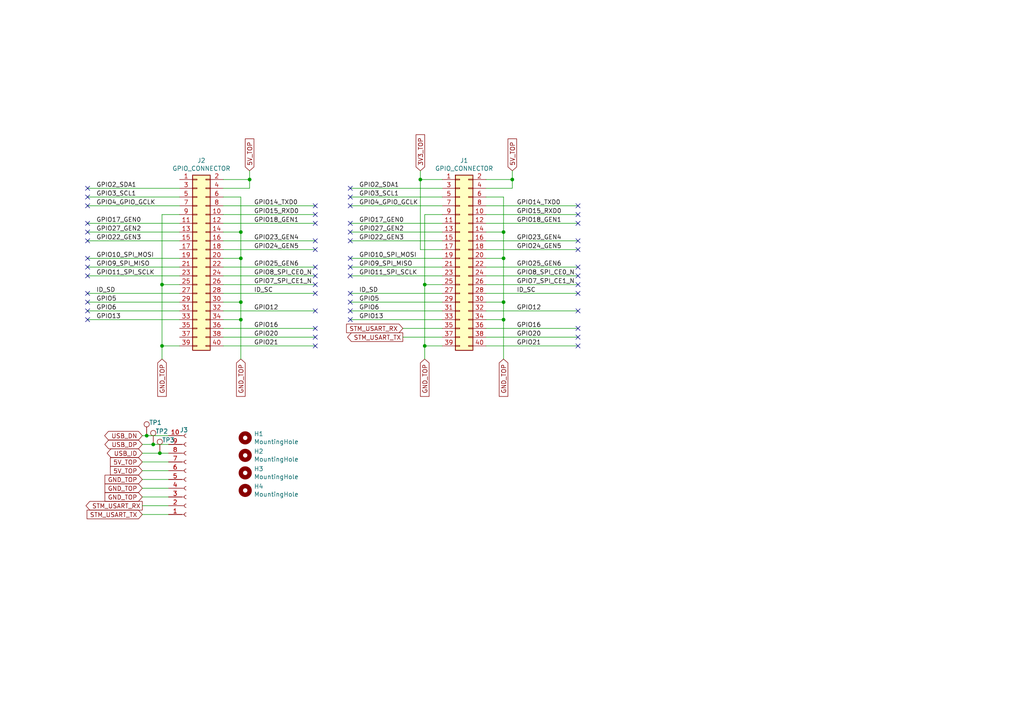
<source format=kicad_sch>
(kicad_sch (version 20211123) (generator eeschema)
  (paper "A4")
  (title_block (title "TAD top") (rev "0") (company "pepfof.com") (comment 1 "Tatianin A. & Ostapenko S.") (comment 2 "Connecting PCB for RPI ZERO 2W and Waveshare 35b2 LCD"))
  (lib_symbols
    (symbol "Connector:Conn_01x10_Female" (pin_names (offset 1.016) hide)
      (property "Reference" "J" (at 0 12.7 0))
      (property "Value" "Conn_01x10_Female" (at 0 -15.24 0))
      (symbol "Conn_01x10_Female_1_1"
        (arc (start 0 -12.192) (mid -0.508 -12.7) (end 0 -13.208) (stroke (width 0.1524)))
        (arc (start 0 -9.652) (mid -0.508 -10.16) (end 0 -10.668) (stroke (width 0.1524)))
        (arc (start 0 -7.112) (mid -0.508 -7.62) (end 0 -8.128) (stroke (width 0.1524)))
        (arc (start 0 -4.572) (mid -0.508 -5.08) (end 0 -5.588) (stroke (width 0.1524)))
        (arc (start 0 -2.032) (mid -0.508 -2.54) (end 0 -3.048) (stroke (width 0.1524)))
        (polyline (pts (xy -1.27 -12.7) (xy -0.508 -12.7)) (stroke (width 0.1524)))
        (polyline (pts (xy -1.27 -10.16) (xy -0.508 -10.16)) (stroke (width 0.1524)))
        (polyline (pts (xy -1.27 -7.62) (xy -0.508 -7.62)) (stroke (width 0.1524)))
        (polyline (pts (xy -1.27 -5.08) (xy -0.508 -5.08)) (stroke (width 0.1524)))
        (polyline (pts (xy -1.27 -2.54) (xy -0.508 -2.54)) (stroke (width 0.1524)))
        (polyline (pts (xy -1.27 0) (xy -0.508 0)) (stroke (width 0.1524)))
        (polyline (pts (xy -1.27 2.54) (xy -0.508 2.54)) (stroke (width 0.1524)))
        (polyline (pts (xy -1.27 5.08) (xy -0.508 5.08)) (stroke (width 0.1524)))
        (polyline (pts (xy -1.27 7.62) (xy -0.508 7.62)) (stroke (width 0.1524)))
        (polyline (pts (xy -1.27 10.16) (xy -0.508 10.16)) (stroke (width 0.1524)))
        (arc (start 0 0.508) (mid -0.508 0) (end 0 -0.508) (stroke (width 0.1524)))
        (arc (start 0 3.048) (mid -0.508 2.54) (end 0 2.032) (stroke (width 0.1524)))
        (arc (start 0 5.588) (mid -0.508 5.08) (end 0 4.572) (stroke (width 0.1524)))
        (arc (start 0 8.128) (mid -0.508 7.62) (end 0 7.112) (stroke (width 0.1524)))
        (arc (start 0 10.668) (mid -0.508 10.16) (end 0 9.652) (stroke (width 0.1524)))
        (pin passive line (at -5.08 10.16 0) (length 3.81) (name "Pin_1") (number "1"))
        (pin passive line (at -5.08 -12.7 0) (length 3.81) (name "Pin_10") (number "10"))
        (pin passive line (at -5.08 7.62 0) (length 3.81) (name "Pin_2") (number "2"))
        (pin passive line (at -5.08 5.08 0) (length 3.81) (name "Pin_3") (number "3"))
        (pin passive line (at -5.08 2.54 0) (length 3.81) (name "Pin_4") (number "4"))
        (pin passive line (at -5.08 0 0) (length 3.81) (name "Pin_5") (number "5"))
        (pin passive line (at -5.08 -2.54 0) (length 3.81) (name "Pin_6") (number "6"))
        (pin passive line (at -5.08 -5.08 0) (length 3.81) (name "Pin_7") (number "7"))
        (pin passive line (at -5.08 -7.62 0) (length 3.81) (name "Pin_8") (number "8"))
        (pin passive line (at -5.08 -10.16 0) (length 3.81) (name "Pin_9") (number "9"))
      )
    )
    (symbol "Connector:TestPoint" (pin_numbers hide) (pin_names (offset 0.762) hide)
      (property "Reference" "TP" (at 0 6.858 0))
      (property "Value" "TestPoint" (at 0 5.08 0))
      (symbol "TestPoint_0_1"
        (circle (center 0 3.302) (radius 0.762))
      )
      (symbol "TestPoint_1_1"
        (pin passive line (at 0 0 90) (length 2.54) (name "1") (number "1"))
      )
    )
    (symbol "Connector_Generic:Conn_02x20_Odd_Even" (pin_names (offset 1.016) hide)
      (property "Reference" "J" (at 1.27 25.4 0))
      (property "Value" "Conn_02x20_Odd_Even" (at 1.27 -27.94 0))
      (symbol "Conn_02x20_Odd_Even_1_1"
        (rectangle (start -1.27 -25.273) (end 0 -25.527) (stroke (width 0.1524)))
        (rectangle (start -1.27 -22.733) (end 0 -22.987) (stroke (width 0.1524)))
        (rectangle (start -1.27 -20.193) (end 0 -20.447) (stroke (width 0.1524)))
        (rectangle (start -1.27 -17.653) (end 0 -17.907) (stroke (width 0.1524)))
        (rectangle (start -1.27 -15.113) (end 0 -15.367) (stroke (width 0.1524)))
        (rectangle (start -1.27 -12.573) (end 0 -12.827) (stroke (width 0.1524)))
        (rectangle (start -1.27 -10.033) (end 0 -10.287) (stroke (width 0.1524)))
        (rectangle (start -1.27 -7.493) (end 0 -7.747) (stroke (width 0.1524)))
        (rectangle (start -1.27 -4.953) (end 0 -5.207) (stroke (width 0.1524)))
        (rectangle (start -1.27 -2.413) (end 0 -2.667) (stroke (width 0.1524)))
        (rectangle (start -1.27 0.127) (end 0 -0.127) (stroke (width 0.1524)))
        (rectangle (start -1.27 2.667) (end 0 2.413) (stroke (width 0.1524)))
        (rectangle (start -1.27 5.207) (end 0 4.953) (stroke (width 0.1524)))
        (rectangle (start -1.27 7.747) (end 0 7.493) (stroke (width 0.1524)))
        (rectangle (start -1.27 10.287) (end 0 10.033) (stroke (width 0.1524)))
        (rectangle (start -1.27 12.827) (end 0 12.573) (stroke (width 0.1524)))
        (rectangle (start -1.27 15.367) (end 0 15.113) (stroke (width 0.1524)))
        (rectangle (start -1.27 17.907) (end 0 17.653) (stroke (width 0.1524)))
        (rectangle (start -1.27 20.447) (end 0 20.193) (stroke (width 0.1524)))
        (rectangle (start -1.27 22.987) (end 0 22.733) (stroke (width 0.1524)))
        (rectangle (start -1.27 24.13) (end 3.81 -26.67) (stroke (width 0.254)) (fill (type background)))
        (rectangle (start 3.81 -25.273) (end 2.54 -25.527) (stroke (width 0.1524)))
        (rectangle (start 3.81 -22.733) (end 2.54 -22.987) (stroke (width 0.1524)))
        (rectangle (start 3.81 -20.193) (end 2.54 -20.447) (stroke (width 0.1524)))
        (rectangle (start 3.81 -17.653) (end 2.54 -17.907) (stroke (width 0.1524)))
        (rectangle (start 3.81 -15.113) (end 2.54 -15.367) (stroke (width 0.1524)))
        (rectangle (start 3.81 -12.573) (end 2.54 -12.827) (stroke (width 0.1524)))
        (rectangle (start 3.81 -10.033) (end 2.54 -10.287) (stroke (width 0.1524)))
        (rectangle (start 3.81 -7.493) (end 2.54 -7.747) (stroke (width 0.1524)))
        (rectangle (start 3.81 -4.953) (end 2.54 -5.207) (stroke (width 0.1524)))
        (rectangle (start 3.81 -2.413) (end 2.54 -2.667) (stroke (width 0.1524)))
        (rectangle (start 3.81 0.127) (end 2.54 -0.127) (stroke (width 0.1524)))
        (rectangle (start 3.81 2.667) (end 2.54 2.413) (stroke (width 0.1524)))
        (rectangle (start 3.81 5.207) (end 2.54 4.953) (stroke (width 0.1524)))
        (rectangle (start 3.81 7.747) (end 2.54 7.493) (stroke (width 0.1524)))
        (rectangle (start 3.81 10.287) (end 2.54 10.033) (stroke (width 0.1524)))
        (rectangle (start 3.81 12.827) (end 2.54 12.573) (stroke (width 0.1524)))
        (rectangle (start 3.81 15.367) (end 2.54 15.113) (stroke (width 0.1524)))
        (rectangle (start 3.81 17.907) (end 2.54 17.653) (stroke (width 0.1524)))
        (rectangle (start 3.81 20.447) (end 2.54 20.193) (stroke (width 0.1524)))
        (rectangle (start 3.81 22.987) (end 2.54 22.733) (stroke (width 0.1524)))
        (pin passive line (at -5.08 22.86 0) (length 3.81) (name "Pin_1") (number "1"))
        (pin passive line (at 7.62 12.7 180) (length 3.81) (name "Pin_10") (number "10"))
        (pin passive line (at -5.08 10.16 0) (length 3.81) (name "Pin_11") (number "11"))
        (pin passive line (at 7.62 10.16 180) (length 3.81) (name "Pin_12") (number "12"))
        (pin passive line (at -5.08 7.62 0) (length 3.81) (name "Pin_13") (number "13"))
        (pin passive line (at 7.62 7.62 180) (length 3.81) (name "Pin_14") (number "14"))
        (pin passive line (at -5.08 5.08 0) (length 3.81) (name "Pin_15") (number "15"))
        (pin passive line (at 7.62 5.08 180) (length 3.81) (name "Pin_16") (number "16"))
        (pin passive line (at -5.08 2.54 0) (length 3.81) (name "Pin_17") (number "17"))
        (pin passive line (at 7.62 2.54 180) (length 3.81) (name "Pin_18") (number "18"))
        (pin passive line (at -5.08 0 0) (length 3.81) (name "Pin_19") (number "19"))
        (pin passive line (at 7.62 22.86 180) (length 3.81) (name "Pin_2") (number "2"))
        (pin passive line (at 7.62 0 180) (length 3.81) (name "Pin_20") (number "20"))
        (pin passive line (at -5.08 -2.54 0) (length 3.81) (name "Pin_21") (number "21"))
        (pin passive line (at 7.62 -2.54 180) (length 3.81) (name "Pin_22") (number "22"))
        (pin passive line (at -5.08 -5.08 0) (length 3.81) (name "Pin_23") (number "23"))
        (pin passive line (at 7.62 -5.08 180) (length 3.81) (name "Pin_24") (number "24"))
        (pin passive line (at -5.08 -7.62 0) (length 3.81) (name "Pin_25") (number "25"))
        (pin passive line (at 7.62 -7.62 180) (length 3.81) (name "Pin_26") (number "26"))
        (pin passive line (at -5.08 -10.16 0) (length 3.81) (name "Pin_27") (number "27"))
        (pin passive line (at 7.62 -10.16 180) (length 3.81) (name "Pin_28") (number "28"))
        (pin passive line (at -5.08 -12.7 0) (length 3.81) (name "Pin_29") (number "29"))
        (pin passive line (at -5.08 20.32 0) (length 3.81) (name "Pin_3") (number "3"))
        (pin passive line (at 7.62 -12.7 180) (length 3.81) (name "Pin_30") (number "30"))
        (pin passive line (at -5.08 -15.24 0) (length 3.81) (name "Pin_31") (number "31"))
        (pin passive line (at 7.62 -15.24 180) (length 3.81) (name "Pin_32") (number "32"))
        (pin passive line (at -5.08 -17.78 0) (length 3.81) (name "Pin_33") (number "33"))
        (pin passive line (at 7.62 -17.78 180) (length 3.81) (name "Pin_34") (number "34"))
        (pin passive line (at -5.08 -20.32 0) (length 3.81) (name "Pin_35") (number "35"))
        (pin passive line (at 7.62 -20.32 180) (length 3.81) (name "Pin_36") (number "36"))
        (pin passive line (at -5.08 -22.86 0) (length 3.81) (name "Pin_37") (number "37"))
        (pin passive line (at 7.62 -22.86 180) (length 3.81) (name "Pin_38") (number "38"))
        (pin passive line (at -5.08 -25.4 0) (length 3.81) (name "Pin_39") (number "39"))
        (pin passive line (at 7.62 20.32 180) (length 3.81) (name "Pin_4") (number "4"))
        (pin passive line (at 7.62 -25.4 180) (length 3.81) (name "Pin_40") (number "40"))
        (pin passive line (at -5.08 17.78 0) (length 3.81) (name "Pin_5") (number "5"))
        (pin passive line (at 7.62 17.78 180) (length 3.81) (name "Pin_6") (number "6"))
        (pin passive line (at -5.08 15.24 0) (length 3.81) (name "Pin_7") (number "7"))
        (pin passive line (at 7.62 15.24 180) (length 3.81) (name "Pin_8") (number "8"))
        (pin passive line (at -5.08 12.7 0) (length 3.81) (name "Pin_9") (number "9"))
      )
    )
    (symbol "Mechanical:MountingHole" (pin_names (offset 1.016))
      (property "Reference" "H" (at 0 5.08 0))
      (property "Value" "MountingHole" (at 0 3.175 0))
      (symbol "MountingHole_0_1"
        (circle (center 0 0) (radius 1.27) (stroke (width 1.27)))
      )
    )
  )
  (junction (at 146.05 67.31))
  (junction (at 46.99 82.55))
  (junction (at 123.19 100.33))
  (junction (at 42.545 126.365))
  (junction (at 146.05 92.71))
  (junction (at 46.99 100.33))
  (junction (at 123.19 82.55))
  (junction (at 146.05 74.93))
  (junction (at 121.92 52.07))
  (junction (at 69.85 74.93))
  (junction (at 44.45 128.905))
  (junction (at 148.59 52.07))
  (junction (at 69.85 87.63))
  (junction (at 69.85 92.71))
  (junction (at 72.39 52.07))
  (junction (at 69.85 67.31))
  (junction (at 146.05 87.63))
  (junction (at 46.355 131.445))
  (no_connect (at 91.44 95.25))
  (no_connect (at 167.64 77.47))
  (no_connect (at 25.4 67.31))
  (no_connect (at 91.44 90.17))
  (no_connect (at 101.6 85.09))
  (no_connect (at 91.44 64.77))
  (no_connect (at 167.64 97.79))
  (no_connect (at 101.6 54.61))
  (no_connect (at 167.64 90.17))
  (no_connect (at 167.64 100.33))
  (no_connect (at 101.6 69.85))
  (no_connect (at 101.6 87.63))
  (no_connect (at 91.44 80.01))
  (no_connect (at 25.4 87.63))
  (no_connect (at 101.6 74.93))
  (no_connect (at 167.64 82.55))
  (no_connect (at 101.6 57.15))
  (no_connect (at 101.6 80.01))
  (no_connect (at 25.4 85.09))
  (no_connect (at 25.4 77.47))
  (no_connect (at 25.4 54.61))
  (no_connect (at 101.6 64.77))
  (no_connect (at 91.44 77.47))
  (no_connect (at 91.44 82.55))
  (no_connect (at 101.6 90.17))
  (no_connect (at 91.44 97.79))
  (no_connect (at 91.44 62.23))
  (no_connect (at 25.4 57.15))
  (no_connect (at 25.4 59.69))
  (no_connect (at 91.44 85.09))
  (no_connect (at 101.6 67.31))
  (no_connect (at 167.64 69.85))
  (no_connect (at 167.64 95.25))
  (no_connect (at 167.64 59.69))
  (no_connect (at 101.6 59.69))
  (no_connect (at 25.4 80.01))
  (no_connect (at 101.6 77.47))
  (no_connect (at 167.64 64.77))
  (no_connect (at 91.44 59.69))
  (no_connect (at 25.4 92.71))
  (no_connect (at 91.44 72.39))
  (no_connect (at 25.4 64.77))
  (no_connect (at 101.6 92.71))
  (no_connect (at 91.44 100.33))
  (no_connect (at 25.4 74.93))
  (no_connect (at 25.4 90.17))
  (no_connect (at 167.64 72.39))
  (no_connect (at 167.64 80.01))
  (no_connect (at 91.44 69.85))
  (no_connect (at 167.64 85.09))
  (no_connect (at 25.4 69.85))
  (no_connect (at 167.64 62.23))
  (wire (pts (xy 69.85 57.15) (xy 69.85 67.31)))
  (wire (pts (xy 123.19 62.23) (xy 123.19 82.55)))
  (wire (pts (xy 41.275 146.685) (xy 48.895 146.685)))
  (wire (pts (xy 140.97 67.31) (xy 146.05 67.31)))
  (wire (pts (xy 46.99 100.33) (xy 46.99 104.14)))
  (wire (pts (xy 64.77 85.09) (xy 91.44 85.09)))
  (wire (pts (xy 64.77 82.55) (xy 91.44 82.55)))
  (wire (pts (xy 41.275 131.445) (xy 46.355 131.445)))
  (wire (pts (xy 64.77 95.25) (xy 91.44 95.25)))
  (wire (pts (xy 25.4 59.69) (xy 52.07 59.69)))
  (wire (pts (xy 69.85 67.31) (xy 69.85 74.93)))
  (wire (pts (xy 140.97 77.47) (xy 167.64 77.47)))
  (wire (pts (xy 140.97 87.63) (xy 146.05 87.63)))
  (wire (pts (xy 64.77 52.07) (xy 72.39 52.07)))
  (wire (pts (xy 52.07 100.33) (xy 46.99 100.33)))
  (wire (pts (xy 41.275 139.065) (xy 48.895 139.065)))
  (wire (pts (xy 64.77 69.85) (xy 91.44 69.85)))
  (wire (pts (xy 101.6 80.01) (xy 128.27 80.01)))
  (wire (pts (xy 140.97 85.09) (xy 167.64 85.09)))
  (wire (pts (xy 25.4 92.71) (xy 52.07 92.71)))
  (wire (pts (xy 101.6 59.69) (xy 128.27 59.69)))
  (wire (pts (xy 52.07 82.55) (xy 46.99 82.55)))
  (wire (pts (xy 128.27 82.55) (xy 123.19 82.55)))
  (wire (pts (xy 146.05 87.63) (xy 146.05 92.71)))
  (wire (pts (xy 64.77 90.17) (xy 91.44 90.17)))
  (wire (pts (xy 101.6 74.93) (xy 128.27 74.93)))
  (wire (pts (xy 121.92 52.07) (xy 128.27 52.07)))
  (wire (pts (xy 101.6 77.47) (xy 128.27 77.47)))
  (wire (pts (xy 116.84 95.25) (xy 128.27 95.25)))
  (wire (pts (xy 101.6 67.31) (xy 128.27 67.31)))
  (wire (pts (xy 64.77 54.61) (xy 72.39 54.61)))
  (wire (pts (xy 140.97 59.69) (xy 167.64 59.69)))
  (wire (pts (xy 25.4 90.17) (xy 52.07 90.17)))
  (wire (pts (xy 140.97 100.33) (xy 167.64 100.33)))
  (wire (pts (xy 140.97 90.17) (xy 167.64 90.17)))
  (wire (pts (xy 64.77 77.47) (xy 91.44 77.47)))
  (wire (pts (xy 41.275 144.145) (xy 48.895 144.145)))
  (wire (pts (xy 148.59 49.53) (xy 148.59 52.07)))
  (wire (pts (xy 72.39 52.07) (xy 72.39 49.53)))
  (wire (pts (xy 64.77 72.39) (xy 91.44 72.39)))
  (wire (pts (xy 69.85 92.71) (xy 69.85 104.14)))
  (wire (pts (xy 69.85 74.93) (xy 69.85 87.63)))
  (wire (pts (xy 25.4 54.61) (xy 52.07 54.61)))
  (wire (pts (xy 25.4 69.85) (xy 52.07 69.85)))
  (wire (pts (xy 140.97 62.23) (xy 167.64 62.23)))
  (wire (pts (xy 64.77 80.01) (xy 91.44 80.01)))
  (wire (pts (xy 146.05 57.15) (xy 146.05 67.31)))
  (wire (pts (xy 101.6 54.61) (xy 128.27 54.61)))
  (wire (pts (xy 101.6 87.63) (xy 128.27 87.63)))
  (wire (pts (xy 64.77 74.93) (xy 69.85 74.93)))
  (wire (pts (xy 140.97 95.25) (xy 167.64 95.25)))
  (wire (pts (xy 128.27 72.39) (xy 121.92 72.39)))
  (wire (pts (xy 123.19 82.55) (xy 123.19 100.33)))
  (wire (pts (xy 140.97 92.71) (xy 146.05 92.71)))
  (wire (pts (xy 64.77 67.31) (xy 69.85 67.31)))
  (wire (pts (xy 64.77 64.77) (xy 91.44 64.77)))
  (wire (pts (xy 101.6 64.77) (xy 128.27 64.77)))
  (wire (pts (xy 140.97 64.77) (xy 167.64 64.77)))
  (wire (pts (xy 64.77 100.33) (xy 91.44 100.33)))
  (wire (pts (xy 46.99 62.23) (xy 46.99 82.55)))
  (wire (pts (xy 64.77 87.63) (xy 69.85 87.63)))
  (wire (pts (xy 41.275 136.525) (xy 48.895 136.525)))
  (wire (pts (xy 101.6 92.71) (xy 128.27 92.71)))
  (wire (pts (xy 25.4 77.47) (xy 52.07 77.47)))
  (wire (pts (xy 64.77 97.79) (xy 91.44 97.79)))
  (wire (pts (xy 44.45 128.905) (xy 48.895 128.905)))
  (wire (pts (xy 25.4 67.31) (xy 52.07 67.31)))
  (wire (pts (xy 25.4 74.93) (xy 52.07 74.93)))
  (wire (pts (xy 140.97 74.93) (xy 146.05 74.93)))
  (wire (pts (xy 140.97 80.01) (xy 167.64 80.01)))
  (wire (pts (xy 148.59 54.61) (xy 148.59 52.07)))
  (wire (pts (xy 46.99 82.55) (xy 46.99 100.33)))
  (wire (pts (xy 140.97 82.55) (xy 167.64 82.55)))
  (wire (pts (xy 140.97 69.85) (xy 167.64 69.85)))
  (wire (pts (xy 25.4 64.77) (xy 52.07 64.77)))
  (wire (pts (xy 41.275 133.985) (xy 48.895 133.985)))
  (wire (pts (xy 101.6 69.85) (xy 128.27 69.85)))
  (wire (pts (xy 72.39 54.61) (xy 72.39 52.07)))
  (wire (pts (xy 140.97 54.61) (xy 148.59 54.61)))
  (wire (pts (xy 25.4 87.63) (xy 52.07 87.63)))
  (wire (pts (xy 146.05 92.71) (xy 146.05 104.14)))
  (wire (pts (xy 140.97 52.07) (xy 148.59 52.07)))
  (wire (pts (xy 46.355 131.445) (xy 48.895 131.445)))
  (wire (pts (xy 123.19 100.33) (xy 123.19 104.14)))
  (wire (pts (xy 121.92 72.39) (xy 121.92 52.07)))
  (wire (pts (xy 41.275 128.905) (xy 44.45 128.905)))
  (wire (pts (xy 69.85 87.63) (xy 69.85 92.71)))
  (wire (pts (xy 140.97 97.79) (xy 167.64 97.79)))
  (wire (pts (xy 101.6 85.09) (xy 128.27 85.09)))
  (wire (pts (xy 64.77 62.23) (xy 91.44 62.23)))
  (wire (pts (xy 25.4 85.09) (xy 52.07 85.09)))
  (wire (pts (xy 140.97 72.39) (xy 167.64 72.39)))
  (wire (pts (xy 41.275 149.225) (xy 48.895 149.225)))
  (wire (pts (xy 146.05 74.93) (xy 146.05 87.63)))
  (wire (pts (xy 146.05 67.31) (xy 146.05 74.93)))
  (wire (pts (xy 25.4 57.15) (xy 52.07 57.15)))
  (wire (pts (xy 41.275 141.605) (xy 48.895 141.605)))
  (wire (pts (xy 128.27 62.23) (xy 123.19 62.23)))
  (wire (pts (xy 25.4 80.01) (xy 52.07 80.01)))
  (wire (pts (xy 116.84 97.79) (xy 128.27 97.79)))
  (wire (pts (xy 64.77 92.71) (xy 69.85 92.71)))
  (wire (pts (xy 52.07 62.23) (xy 46.99 62.23)))
  (wire (pts (xy 64.77 57.15) (xy 69.85 57.15)))
  (wire (pts (xy 101.6 90.17) (xy 128.27 90.17)))
  (wire (pts (xy 128.27 100.33) (xy 123.19 100.33)))
  (wire (pts (xy 101.6 57.15) (xy 128.27 57.15)))
  (wire (pts (xy 64.77 59.69) (xy 91.44 59.69)))
  (wire (pts (xy 140.97 57.15) (xy 146.05 57.15)))
  (wire (pts (xy 121.92 52.07) (xy 121.92 49.53)))
  (wire (pts (xy 41.275 126.365) (xy 42.545 126.365)))
  (wire (pts (xy 42.545 126.365) (xy 48.895 126.365)))
  (label "GPIO11_SPI_SCLK" (at 27.94 80.01 0))
  (label "GPIO6" (at 27.94 90.17 0))
  (label "GPIO22_GEN3" (at 27.94 69.85 0))
  (label "GPIO20" (at 73.66 97.79 0))
  (label "GPIO2_SDA1" (at 27.94 54.61 0))
  (label "GPIO16" (at 73.66 95.25 0))
  (label "GPIO14_TXD0" (at 73.66 59.69 0))
  (label "GPIO10_SPI_MOSI" (at 104.14 74.93 0))
  (label "GPIO21" (at 149.86 100.33 0))
  (label "GPIO13" (at 104.14 92.71 0))
  (label "GPIO7_SPI_CE1_N" (at 73.66 82.55 0))
  (label "GPIO18_GEN1" (at 149.86 64.77 0))
  (label "GPIO4_GPIO_GCLK" (at 27.94 59.69 0))
  (label "GPIO9_SPI_MISO" (at 104.14 77.47 0))
  (label "GPIO23_GEN4" (at 73.66 69.85 0))
  (label "GPIO27_GEN2" (at 104.14 67.31 0))
  (label "GPIO15_RXD0" (at 73.66 62.23 0))
  (label "GPIO5" (at 27.94 87.63 0))
  (label "GPIO4_GPIO_GCLK" (at 104.14 59.69 0))
  (label "GPIO10_SPI_MOSI" (at 27.94 74.93 0))
  (label "GPIO5" (at 104.14 87.63 0))
  (label "GPIO8_SPI_CE0_N" (at 149.86 80.01 0))
  (label "GPIO20" (at 149.86 97.79 0))
  (label "ID_SD" (at 27.94 85.09 0))
  (label "GPIO12" (at 73.66 90.17 0))
  (label "GPIO12" (at 149.86 90.17 0))
  (label "GPIO21" (at 73.66 100.33 0))
  (label "GPIO2_SDA1" (at 104.14 54.61 0))
  (label "ID_SC" (at 73.66 85.09 0))
  (label "GPIO16" (at 149.86 95.25 0))
  (label "GPIO18_GEN1" (at 73.66 64.77 0))
  (label "GPIO24_GEN5" (at 149.86 72.39 0))
  (label "GPIO11_SPI_SCLK" (at 104.14 80.01 0))
  (label "GPIO13" (at 27.94 92.71 0))
  (label "GPIO14_TXD0" (at 149.86 59.69 0))
  (label "GPIO7_SPI_CE1_N" (at 149.86 82.55 0))
  (label "GPIO23_GEN4" (at 149.86 69.85 0))
  (label "GPIO25_GEN6" (at 149.86 77.47 0))
  (label "ID_SD" (at 104.14 85.09 0))
  (label "GPIO27_GEN2" (at 27.94 67.31 0))
  (label "GPIO24_GEN5" (at 73.66 72.39 0))
  (label "GPIO25_GEN6" (at 73.66 77.47 0))
  (label "GPIO8_SPI_CE0_N" (at 73.66 80.01 0))
  (label "GPIO17_GEN0" (at 104.14 64.77 0))
  (label "GPIO3_SCL1" (at 27.94 57.15 0))
  (label "GPIO3_SCL1" (at 104.14 57.15 0))
  (label "GPIO17_GEN0" (at 27.94 64.77 0))
  (label "GPIO22_GEN3" (at 104.14 69.85 0))
  (label "GPIO15_RXD0" (at 149.86 62.23 0))
  (label "GPIO9_SPI_MISO" (at 27.94 77.47 0))
  (label "ID_SC" (at 149.86 85.09 0))
  (label "GPIO6" (at 104.14 90.17 0))
  (global_label "5V_TOP" (shape input) (at 41.275 136.525 180) (property "Reference mezi listy" "${INTERSHEET_REFS}" (effects hide)))
  (global_label "GND_TOP" (shape input) (at 146.05 104.14 270) (property "Reference mezi listy" "${INTERSHEET_REFS}" (effects hide)))
  (global_label "GND_TOP" (shape input) (at 41.275 139.065 180) (property "Reference mezi listy" "${INTERSHEET_REFS}" (effects hide)))
  (global_label "STM_USART_TX" (shape output) (at 116.84 97.79 180) (property "Reference mezi listy" "${INTERSHEET_REFS}" (effects hide)))
  (global_label "GND_TOP" (shape input) (at 41.275 141.605 180) (property "Reference mezi listy" "${INTERSHEET_REFS}" (effects hide)))
  (global_label "USB_DP" (shape bidirectional) (at 41.275 128.905 180) (property "Reference mezi listy" "${INTERSHEET_REFS}" (effects hide)))
  (global_label "STM_USART_RX" (shape output) (at 41.275 146.685 180) (property "Reference mezi listy" "${INTERSHEET_REFS}" (effects hide)))
  (global_label "GND_TOP" (shape input) (at 41.275 144.145 180) (property "Reference mezi listy" "${INTERSHEET_REFS}" (effects hide)))
  (global_label "GND_TOP" (shape input) (at 123.19 104.14 270) (property "Reference mezi listy" "${INTERSHEET_REFS}" (effects hide)))
  (global_label "5V_TOP" (shape input) (at 41.275 133.985 180) (property "Reference mezi listy" "${INTERSHEET_REFS}" (effects hide)))
  (global_label "5V_TOP" (shape input) (at 72.39 49.53 90) (property "Reference mezi listy" "${INTERSHEET_REFS}" (effects hide)))
  (global_label "STM_USART_RX" (shape input) (at 116.84 95.25 180) (property "Reference mezi listy" "${INTERSHEET_REFS}" (effects hide)))
  (global_label "USB_ID" (shape bidirectional) (at 41.275 131.445 180) (property "Reference mezi listy" "${INTERSHEET_REFS}" (effects hide)))
  (global_label "5V_TOP" (shape input) (at 148.59 49.53 90) (property "Reference mezi listy" "${INTERSHEET_REFS}" (effects hide)))
  (global_label "STM_USART_TX" (shape input) (at 41.275 149.225 180) (property "Reference mezi listy" "${INTERSHEET_REFS}" (effects hide)))
  (global_label "GND_TOP" (shape input) (at 69.85 104.14 270) (property "Reference mezi listy" "${INTERSHEET_REFS}" (effects hide)))
  (global_label "GND_TOP" (shape input) (at 46.99 104.14 270) (property "Reference mezi listy" "${INTERSHEET_REFS}" (effects hide)))
  (global_label "3V3_TOP" (shape input) (at 121.92 49.53 90) (property "Reference mezi listy" "${INTERSHEET_REFS}" (effects hide)))
  (global_label "USB_DN" (shape bidirectional) (at 41.275 126.365 180) (property "Reference mezi listy" "${INTERSHEET_REFS}" (effects hide)))
  (symbol (lib_id "Connector_Generic:Conn_02x20_Odd_Even") (at 133.35 74.93 0) (unit 1)
    (property "Reference" "J1" (at 134.62 46.5582 0))
    (property "Value" "GPIO_CONNECTOR" (at 134.62 48.8696 0))
    (property "Footprint" "lib:PinSocket_2x20_P2.54mm_Vertical_Centered_Anchor" (effects hide))
  )
  (symbol (lib_id "Mechanical:MountingHole") (at 71.12 127 0) (unit 1)
    (property "Reference" "H1" (at 73.66 125.8316 0) (effects (justify left)))
    (property "Value" "MountingHole" (at 73.66 128.143 0) (effects (justify left)))
    (property "Footprint" "lib:MountingHole_2.7mm_M2.5_uHAT_RPi" (effects hide))
  )
  (symbol (lib_id "Mechanical:MountingHole") (at 71.12 132.08 0) (unit 1)
    (property "Reference" "H2" (at 73.66 130.9116 0) (effects (justify left)))
    (property "Value" "MountingHole" (at 73.66 133.223 0) (effects (justify left)))
    (property "Footprint" "lib:MountingHole_2.7mm_M2.5_uHAT_RPi" (effects hide))
  )
  (symbol (lib_id "Mechanical:MountingHole") (at 71.12 137.16 0) (unit 1)
    (property "Reference" "H3" (at 73.66 135.9916 0) (effects (justify left)))
    (property "Value" "MountingHole" (at 73.66 138.303 0) (effects (justify left)))
    (property "Footprint" "lib:MountingHole_2.7mm_M2.5_uHAT_RPi" (effects hide))
  )
  (symbol (lib_id "Mechanical:MountingHole") (at 71.12 142.24 0) (unit 1)
    (property "Reference" "H4" (at 73.66 141.0716 0) (effects (justify left)))
    (property "Value" "MountingHole" (at 73.66 143.383 0) (effects (justify left)))
    (property "Footprint" "lib:MountingHole_2.7mm_M2.5_uHAT_RPi" (effects hide))
  )
  (symbol (lib_id "Connector_Generic:Conn_02x20_Odd_Even") (at 57.15 74.93 0) (unit 1)
    (property "Reference" "J2" (at 58.42 46.5582 0))
    (property "Value" "GPIO_CONNECTOR" (at 58.42 48.8696 0))
    (property "Footprint" "lib:PinSocket_2x20_P2.54mm_Vertical_Centered_Anchor" (effects hide))
  )
  (symbol (lib_id "Connector:TestPoint") (at 42.545 126.365 0) (unit 1)
    (property "Reference" "TP1" (at 45.085 122.555 0))
    (property "Value" "TestPoint" (effects hide))
    (property "Footprint" "TestPoint:TestPoint_Pad_D1.0mm" (effects hide))
  )
  (symbol (lib_id "Connector:Conn_01x10_Female") (at 53.975 139.065 0) (mirror x) (unit 1)
    (property "Reference" "J3" (at 53.34 124.7163 0))
    (property "Value" "Conn_01x10_Female" (effects hide))
    (property "Footprint" "Connector_FFC-FPC:Molex_200528-0100_1x10-1MP_P1.00mm_Horizontal" (effects hide))
  )
  (symbol (lib_id "Connector:TestPoint") (at 44.45 128.905 0) (unit 1)
    (property "Reference" "TP2" (at 45.085 125.095 0) (effects (justify left)))
    (property "Value" "TestPoint" (effects hide))
    (property "Footprint" "TestPoint:TestPoint_Pad_D1.0mm" (effects hide))
  )
  (symbol (lib_id "Connector:TestPoint") (at 46.355 131.445 0) (unit 1)
    (property "Reference" "TP3" (at 46.99 127.635 0) (effects (justify left)))
    (property "Value" "TestPoint" (effects hide))
    (property "Footprint" "TestPoint:TestPoint_Pad_D1.0mm" (effects hide))
  )
)
</source>
